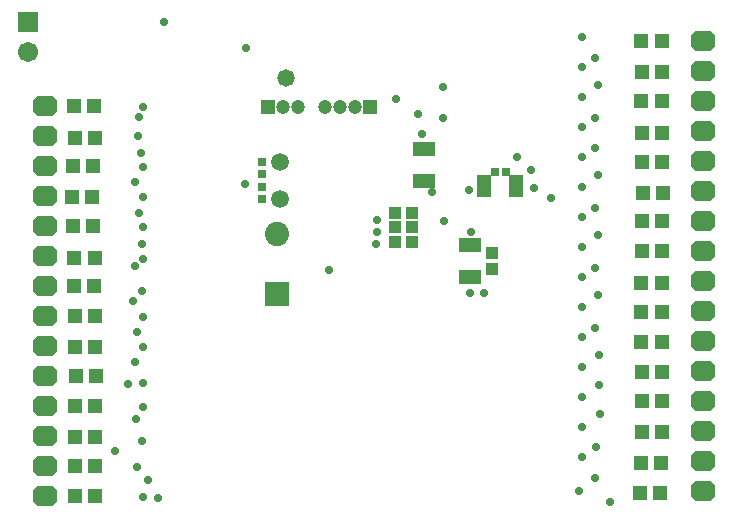
<source format=gbs>
G04*
G04 #@! TF.GenerationSoftware,Altium Limited,Altium Designer,23.10.1 (27)*
G04*
G04 Layer_Color=16711935*
%FSLAX44Y44*%
%MOMM*%
G71*
G04*
G04 #@! TF.SameCoordinates,EDDF8714-B4F6-4BBB-B34A-9CA9A18AB3C3*
G04*
G04*
G04 #@! TF.FilePolarity,Negative*
G04*
G01*
G75*
%ADD27R,1.2032X1.3032*%
%ADD32R,0.8032X0.7032*%
%ADD36R,1.9032X1.3032*%
G04:AMPARAMS|DCode=37|XSize=2.1082mm|YSize=1.7272mm|CornerRadius=0mm|HoleSize=0mm|Usage=FLASHONLY|Rotation=180.000|XOffset=0mm|YOffset=0mm|HoleType=Round|Shape=Octagon|*
%AMOCTAGOND37*
4,1,8,-1.0541,0.4318,-1.0541,-0.4318,-0.6223,-0.8636,0.6223,-0.8636,1.0541,-0.4318,1.0541,0.4318,0.6223,0.8636,-0.6223,0.8636,-1.0541,0.4318,0.0*
%
%ADD37OCTAGOND37*%

%ADD38C,1.5032*%
%ADD39C,2.0532*%
%ADD40R,2.0532X2.0532*%
%ADD41C,1.2032*%
%ADD42R,1.2032X1.2032*%
%ADD43C,1.7032*%
%ADD44R,1.7032X1.7032*%
%ADD45C,0.7112*%
%ADD46C,1.4732*%
%ADD74R,1.3032X1.9032*%
%ADD75R,0.7032X0.8032*%
%ADD76R,1.0032X1.1032*%
%ADD77R,1.1032X1.0032*%
D27*
X83684Y239522D02*
D03*
X66684D02*
D03*
X84192Y213360D02*
D03*
X67192D02*
D03*
X66684Y86868D02*
D03*
X83684D02*
D03*
X83566Y163576D02*
D03*
X66566D02*
D03*
X83684Y112522D02*
D03*
X66684D02*
D03*
X83938Y137414D02*
D03*
X66938D02*
D03*
X84446Y188468D02*
D03*
X67446D02*
D03*
X83430Y288798D02*
D03*
X66430D02*
D03*
X82922Y264668D02*
D03*
X65922D02*
D03*
X81398Y340614D02*
D03*
X64398D02*
D03*
X82414Y315468D02*
D03*
X65414D02*
D03*
X82922Y417576D02*
D03*
X65922D02*
D03*
X82160Y366776D02*
D03*
X65160D02*
D03*
X83566Y390398D02*
D03*
X66566D02*
D03*
X563490Y472186D02*
D03*
X546490D02*
D03*
X563998Y446278D02*
D03*
X546998D02*
D03*
X563490Y421386D02*
D03*
X546490D02*
D03*
X563998Y394716D02*
D03*
X546998D02*
D03*
X563998Y370078D02*
D03*
X546998D02*
D03*
X564506Y344170D02*
D03*
X547506D02*
D03*
X563744Y320040D02*
D03*
X546744D02*
D03*
X564252Y294386D02*
D03*
X547252D02*
D03*
X563490Y267970D02*
D03*
X546490D02*
D03*
X563490Y243332D02*
D03*
X546490D02*
D03*
X563490Y217678D02*
D03*
X546490D02*
D03*
X563744Y192278D02*
D03*
X546744D02*
D03*
X563998Y167386D02*
D03*
X546998D02*
D03*
X564252Y141224D02*
D03*
X547252D02*
D03*
X562728Y114808D02*
D03*
X545728D02*
D03*
X562474Y90170D02*
D03*
X545474D02*
D03*
D32*
X422094Y361949D02*
D03*
X432094D02*
D03*
D36*
X401328Y272899D02*
D03*
Y299899D02*
D03*
X361958Y380672D02*
D03*
Y353671D02*
D03*
D37*
X41148Y417068D02*
D03*
Y391668D02*
D03*
Y366268D02*
D03*
Y340868D02*
D03*
Y315468D02*
D03*
Y290068D02*
D03*
Y264668D02*
D03*
Y239268D02*
D03*
Y213868D02*
D03*
Y188468D02*
D03*
Y163068D02*
D03*
Y137668D02*
D03*
Y112268D02*
D03*
Y86868D02*
D03*
X598424Y91186D02*
D03*
Y116586D02*
D03*
Y141986D02*
D03*
Y167386D02*
D03*
Y192786D02*
D03*
Y218186D02*
D03*
Y243586D02*
D03*
Y268986D02*
D03*
Y294386D02*
D03*
Y319786D02*
D03*
Y345186D02*
D03*
Y370586D02*
D03*
Y395986D02*
D03*
Y421386D02*
D03*
Y446786D02*
D03*
Y472186D02*
D03*
D38*
X240292Y338829D02*
D03*
Y369829D02*
D03*
D39*
X238006Y309117D02*
D03*
D40*
Y258317D02*
D03*
D41*
X255524Y416560D02*
D03*
X242824D02*
D03*
X278638Y416814D02*
D03*
X291338D02*
D03*
X304038D02*
D03*
D42*
X230124Y416560D02*
D03*
X316738Y416814D02*
D03*
D43*
X26664Y463042D02*
D03*
D44*
Y488442D02*
D03*
D45*
X124206Y86614D02*
D03*
X137414Y85344D02*
D03*
X128270Y100838D02*
D03*
X117730Y200788D02*
D03*
X100838Y124968D02*
D03*
X111505Y181865D02*
D03*
X116172Y252636D02*
D03*
X124243Y288035D02*
D03*
X118109Y152655D02*
D03*
X119126Y226060D02*
D03*
X119228Y112141D02*
D03*
X123182Y260933D02*
D03*
X123308Y134060D02*
D03*
X124206Y183134D02*
D03*
Y162814D02*
D03*
Y213614D02*
D03*
Y239014D02*
D03*
Y365736D02*
D03*
Y416814D02*
D03*
X117522Y353140D02*
D03*
X120224Y391652D02*
D03*
X120903Y407925D02*
D03*
X121164Y327146D02*
D03*
X122451Y377929D02*
D03*
X123952Y300228D02*
D03*
X124206Y340614D02*
D03*
X124216Y314957D02*
D03*
X117637Y282159D02*
D03*
X519684Y82042D02*
D03*
X511049Y156973D02*
D03*
X441109Y374561D02*
D03*
X357124Y410718D02*
D03*
X338582Y423672D02*
D03*
X378460Y433578D02*
D03*
Y407670D02*
D03*
X469646Y339598D02*
D03*
X496316Y424688D02*
D03*
X507492Y102616D02*
D03*
X508216Y128740D02*
D03*
X510225Y181549D02*
D03*
X510258Y206982D02*
D03*
X507492Y229616D02*
D03*
X509626Y257150D02*
D03*
X510074Y308398D02*
D03*
X507492Y331216D02*
D03*
X509756Y358880D02*
D03*
X509911Y435235D02*
D03*
X452882Y363219D02*
D03*
X455684Y348233D02*
D03*
X322072Y300481D02*
D03*
X400820Y346201D02*
D03*
X401836Y311149D02*
D03*
X369070Y344931D02*
D03*
X210574Y351027D02*
D03*
X282202Y278891D02*
D03*
X378976Y320039D02*
D03*
X401328Y259333D02*
D03*
X413520D02*
D03*
X360942Y393699D02*
D03*
X322588Y311149D02*
D03*
X322334Y320801D02*
D03*
X496316Y475488D02*
D03*
X507492Y458216D02*
D03*
X496316Y450088D02*
D03*
X507492Y407416D02*
D03*
X496316Y399288D02*
D03*
X507492Y382016D02*
D03*
X496316Y373888D02*
D03*
Y348488D02*
D03*
Y323088D02*
D03*
Y297688D02*
D03*
X507492Y280416D02*
D03*
X496316Y272288D02*
D03*
Y246888D02*
D03*
Y221488D02*
D03*
Y196088D02*
D03*
Y170688D02*
D03*
Y145288D02*
D03*
Y119888D02*
D03*
X493522Y91440D02*
D03*
X211576Y466598D02*
D03*
X141980Y488188D02*
D03*
D46*
X245358Y441198D02*
D03*
D74*
X440520Y349757D02*
D03*
X413520D02*
D03*
D75*
X224798Y348829D02*
D03*
Y338829D02*
D03*
Y369829D02*
D03*
Y359829D02*
D03*
D76*
X338020Y326897D02*
D03*
X352020D02*
D03*
Y314757D02*
D03*
X338020D02*
D03*
X351828Y302513D02*
D03*
X337828D02*
D03*
D77*
X419608Y279146D02*
D03*
Y293146D02*
D03*
M02*

</source>
